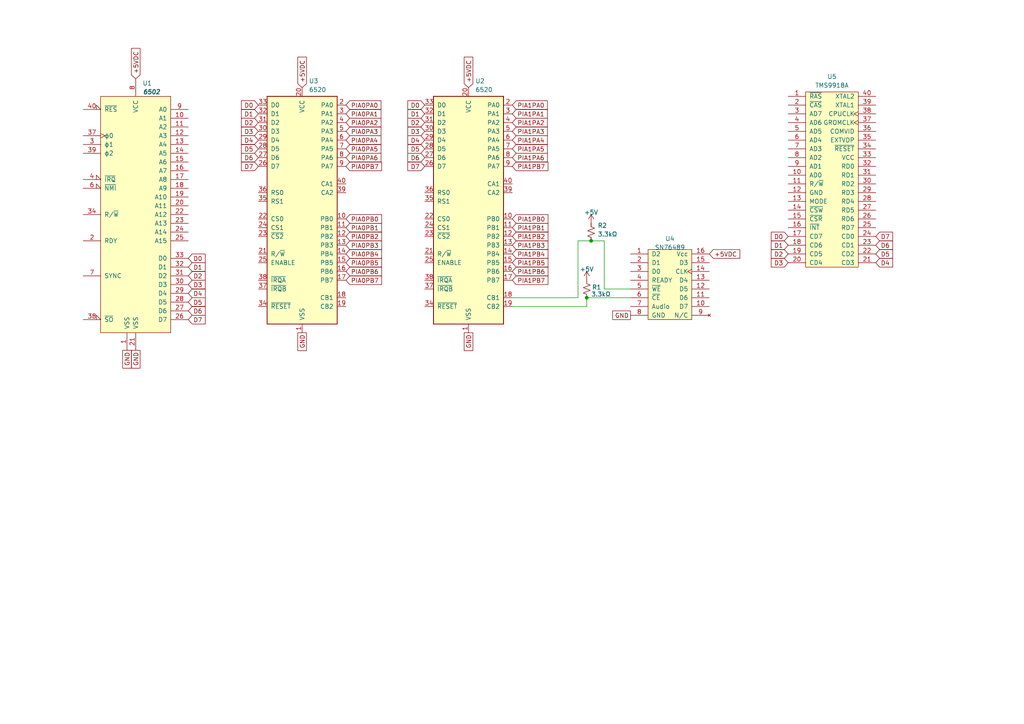
<source format=kicad_sch>
(kicad_sch (version 20231120) (generator "eeschema") (generator_version "8.0")
  (paper "A4")
  (lib_symbols
    (symbol "65xx:6502" (pin_names (offset 1.016))
      (property "Reference" "U" (at -10.16 35.56 0))
      (property "Value" "6502" (at 0 0 90))
      (symbol "6502_0_1"
        (rectangle (start -10.16 34.29) (end 10.16 -34.29) (fill (type background)))
      )
      (symbol "6502_1_1"
        (pin power_in line (at -2.54 -39.37 90) (length 5.08) (name "VSS") (number "1"))
        (pin output line (at 15.24 27.94 180) (length 5.08) (name "A1") (number "10"))
        (pin output line (at 15.24 25.4 180) (length 5.08) (name "A2") (number "11"))
        (pin output line (at 15.24 22.86 180) (length 5.08) (name "A3") (number "12"))
        (pin output line (at 15.24 20.32 180) (length 5.08) (name "A4") (number "13"))
        (pin output line (at 15.24 17.78 180) (length 5.08) (name "A5") (number "14"))
        (pin output line (at 15.24 15.24 180) (length 5.08) (name "A6") (number "15"))
        (pin output line (at 15.24 12.7 180) (length 5.08) (name "A7") (number "16"))
        (pin output line (at 15.24 10.16 180) (length 5.08) (name "A8") (number "17"))
        (pin output line (at 15.24 7.62 180) (length 5.08) (name "A9") (number "18"))
        (pin output line (at 15.24 5.08 180) (length 5.08) (name "A10") (number "19"))
        (pin input line (at -15.24 -7.62 0) (length 5.08) (name "RDY") (number "2"))
        (pin output line (at 15.24 2.54 180) (length 5.08) (name "A11") (number "20"))
        (pin power_in line (at 0 -39.37 90) (length 5.08) (name "VSS") (number "21"))
        (pin output line (at 15.24 0 180) (length 5.08) (name "A12") (number "22"))
        (pin output line (at 15.24 -2.54 180) (length 5.08) (name "A13") (number "23"))
        (pin output line (at 15.24 -5.08 180) (length 5.08) (name "A14") (number "24"))
        (pin output line (at 15.24 -7.62 180) (length 5.08) (name "A15") (number "25"))
        (pin bidirectional line (at 15.24 -30.48 180) (length 5.08) (name "D7") (number "26"))
        (pin bidirectional line (at 15.24 -27.94 180) (length 5.08) (name "D6") (number "27"))
        (pin bidirectional line (at 15.24 -25.4 180) (length 5.08) (name "D5") (number "28"))
        (pin bidirectional line (at 15.24 -22.86 180) (length 5.08) (name "D4") (number "29"))
        (pin output line (at -15.24 20.32 0) (length 5.08) (name "ϕ1") (number "3"))
        (pin bidirectional line (at 15.24 -20.32 180) (length 5.08) (name "D3") (number "30"))
        (pin bidirectional line (at 15.24 -17.78 180) (length 5.08) (name "D2") (number "31"))
        (pin bidirectional line (at 15.24 -15.24 180) (length 5.08) (name "D1") (number "32"))
        (pin bidirectional line (at 15.24 -12.7 180) (length 5.08) (name "D0") (number "33"))
        (pin output line (at -15.24 0 0) (length 5.08) (name "R/~{W}") (number "34"))
        (pin no_connect non_logic (at -10.16 -25.4 0) (length 2.54) hide (name "nc") (number "35"))
        (pin no_connect non_logic (at -10.16 -27.94 0) (length 2.54) hide (name "nc") (number "36"))
        (pin input clock (at -15.24 22.86 0) (length 5.08) (name "ϕ0") (number "37"))
        (pin input input_low (at -15.24 -30.48 0) (length 5.08) (name "~{SO}") (number "38"))
        (pin output line (at -15.24 17.78 0) (length 5.08) (name "ϕ2") (number "39"))
        (pin input input_low (at -15.24 10.16 0) (length 5.08) (name "~{IRQ}") (number "4"))
        (pin input input_low (at -15.24 30.48 0) (length 5.08) (name "~{RES}") (number "40"))
        (pin no_connect non_logic (at -10.16 -22.86 0) (length 2.5654) hide (name "nc") (number "5"))
        (pin input input_low (at -15.24 7.62 0) (length 5.08) (name "~{NMI}") (number "6"))
        (pin output line (at -15.24 -17.78 0) (length 5.08) (name "SYNC") (number "7"))
        (pin power_in line (at 0 39.37 270) (length 5.08) (name "VCC") (number "8"))
        (pin output line (at 15.24 30.48 180) (length 5.08) (name "A0") (number "9"))
      )
    )
    (symbol "Device:R_Small_US" (pin_numbers hide) (pin_names (offset 0.254) hide)
      (property "Reference" "R" (at 0.762 0.508 0))
      (property "Value" "R_Small_US" (at 0.762 -1.016 0))
      (symbol "R_Small_US_1_1"
        (polyline (pts (xy 0 0) (xy 1.016 -0.381) (xy 0 -0.762) (xy -1.016 -1.143) (xy 0 -1.524)))
        (polyline (pts (xy 0 1.524) (xy 1.016 1.143) (xy 0 0.762) (xy -1.016 0.381) (xy 0 0)))
        (pin passive line (at 0 2.54 270) (length 1.016) (name "~") (number "1"))
        (pin passive line (at 0 -2.54 90) (length 1.016) (name "~") (number "2"))
      )
    )
    (symbol "Interface:6821" (pin_names (offset 1.016))
      (property "Reference" "U" (at -7.62 34.29 0))
      (property "Value" "6821" (at 10.16 34.29 0))
      (symbol "6821_0_1"
        (rectangle (start -10.16 -33.02) (end 10.16 33.02) (stroke (width 0.254)) (fill (type background)))
      )
      (symbol "6821_1_1"
        (pin power_in line (at 0 -35.56 90) (length 2.54) (name "VSS") (number "1"))
        (pin bidirectional line (at 12.7 -2.54 180) (length 2.54) (name "PB0") (number "10"))
        (pin bidirectional line (at 12.7 -5.08 180) (length 2.54) (name "PB1") (number "11"))
        (pin bidirectional line (at 12.7 -7.62 180) (length 2.54) (name "PB2") (number "12"))
        (pin bidirectional line (at 12.7 -10.16 180) (length 2.54) (name "PB3") (number "13"))
        (pin bidirectional line (at 12.7 -12.7 180) (length 2.54) (name "PB4") (number "14"))
        (pin bidirectional line (at 12.7 -15.24 180) (length 2.54) (name "PB5") (number "15"))
        (pin bidirectional line (at 12.7 -17.78 180) (length 2.54) (name "PB6") (number "16"))
        (pin bidirectional line (at 12.7 -20.32 180) (length 2.54) (name "PB7") (number "17"))
        (pin input line (at 12.7 -25.4 180) (length 2.54) (name "CB1") (number "18"))
        (pin bidirectional line (at 12.7 -27.94 180) (length 2.54) (name "CB2") (number "19"))
        (pin bidirectional line (at 12.7 30.48 180) (length 2.54) (name "PA0") (number "2"))
        (pin power_in line (at 0 35.56 270) (length 2.54) (name "VCC") (number "20"))
        (pin input line (at -12.7 -12.7 0) (length 2.54) (name "R/~{W}") (number "21"))
        (pin input line (at -12.7 -2.54 0) (length 2.54) (name "CS0") (number "22"))
        (pin input line (at -12.7 -7.62 0) (length 2.54) (name "~{CS2}") (number "23"))
        (pin input line (at -12.7 -5.08 0) (length 2.54) (name "CS1") (number "24"))
        (pin input line (at -12.7 -15.24 0) (length 2.54) (name "ENABLE") (number "25"))
        (pin bidirectional line (at -12.7 12.7 0) (length 2.54) (name "D7") (number "26"))
        (pin bidirectional line (at -12.7 15.24 0) (length 2.54) (name "D6") (number "27"))
        (pin bidirectional line (at -12.7 17.78 0) (length 2.54) (name "D5") (number "28"))
        (pin bidirectional line (at -12.7 20.32 0) (length 2.54) (name "D4") (number "29"))
        (pin bidirectional line (at 12.7 27.94 180) (length 2.54) (name "PA1") (number "3"))
        (pin bidirectional line (at -12.7 22.86 0) (length 2.54) (name "D3") (number "30"))
        (pin bidirectional line (at -12.7 25.4 0) (length 2.54) (name "D2") (number "31"))
        (pin bidirectional line (at -12.7 27.94 0) (length 2.54) (name "D1") (number "32"))
        (pin bidirectional line (at -12.7 30.48 0) (length 2.54) (name "D0") (number "33"))
        (pin input line (at -12.7 -27.94 0) (length 2.54) (name "~{RESET}") (number "34"))
        (pin input line (at -12.7 2.54 0) (length 2.54) (name "RS1") (number "35"))
        (pin input line (at -12.7 5.08 0) (length 2.54) (name "RS0") (number "36"))
        (pin open_collector line (at -12.7 -22.86 0) (length 2.54) (name "~{IRQB}") (number "37"))
        (pin open_collector line (at -12.7 -20.32 0) (length 2.54) (name "~{IRQA}") (number "38"))
        (pin bidirectional line (at 12.7 5.08 180) (length 2.54) (name "CA2") (number "39"))
        (pin bidirectional line (at 12.7 25.4 180) (length 2.54) (name "PA2") (number "4"))
        (pin input line (at 12.7 7.62 180) (length 2.54) (name "CA1") (number "40"))
        (pin bidirectional line (at 12.7 22.86 180) (length 2.54) (name "PA3") (number "5"))
        (pin bidirectional line (at 12.7 20.32 180) (length 2.54) (name "PA4") (number "6"))
        (pin bidirectional line (at 12.7 17.78 180) (length 2.54) (name "PA5") (number "7"))
        (pin bidirectional line (at 12.7 15.24 180) (length 2.54) (name "PA6") (number "8"))
        (pin bidirectional line (at 12.7 12.7 180) (length 2.54) (name "PA7") (number "9"))
      )
    )
    (symbol "LeakoChips:SN76489AN" (pin_names (offset 1.016))
      (property "Reference" "U" (at 0 13.97 0))
      (property "Value" "SN76489AN" (at 0 11.43 0))
      (symbol "SN76489AN_0_1"
        (rectangle (start -6.35 10.16) (end 6.35 -10.16) (fill (type background)))
      )
      (symbol "SN76489AN_1_1"
        (pin input line (at -11.43 8.89 0) (length 5.08) (name "D2") (number "1"))
        (pin input line (at 11.43 -6.35 180) (length 5.08) (name "D7") (number "10"))
        (pin input line (at 11.43 -3.81 180) (length 5.08) (name "D6") (number "11"))
        (pin input line (at 11.43 -1.27 180) (length 5.08) (name "D5") (number "12"))
        (pin input line (at 11.43 1.27 180) (length 5.08) (name "D4") (number "13"))
        (pin input clock (at 11.43 3.81 180) (length 5.08) (name "CLK") (number "14"))
        (pin input line (at 11.43 6.35 180) (length 5.08) (name "D3") (number "15"))
        (pin power_in line (at 11.43 8.89 180) (length 5.08) (name "Vcc") (number "16"))
        (pin input line (at -11.43 6.35 0) (length 5.08) (name "D1") (number "2"))
        (pin input line (at -11.43 3.81 0) (length 5.08) (name "D0") (number "3"))
        (pin output line (at -11.43 1.27 0) (length 5.08) (name "READY") (number "4"))
        (pin input line (at -11.43 -1.27 0) (length 5.08) (name "~{WE}") (number "5"))
        (pin input line (at -11.43 -3.81 0) (length 5.08) (name "~{CE}") (number "6"))
        (pin output line (at -11.43 -6.35 0) (length 5.08) (name "Audio") (number "7"))
        (pin power_in line (at -11.43 -8.89 0) (length 5.08) (name "GND") (number "8"))
        (pin no_connect line (at 11.43 -8.89 180) (length 5.08) (name "N/C") (number "9"))
      )
    )
    (symbol "LeakoChips:TMS9918A" (pin_names (offset 1.016))
      (property "Reference" "U" (at 0 29.21 0))
      (property "Value" "TMS9918A" (at 0 26.67 0))
      (symbol "TMS9918A_0_1"
        (rectangle (start -7.62 25.4) (end 7.62 -25.4) (fill (type background)))
      )
      (symbol "TMS9918A_1_1"
        (pin output line (at -12.7 24.13 0) (length 5.08) (name "~{RAS}") (number "1"))
        (pin output line (at -12.7 1.27 0) (length 5.08) (name "AD0") (number "10"))
        (pin output line (at -12.7 -1.27 0) (length 5.08) (name "R/~{W}") (number "11"))
        (pin power_in line (at -12.7 -3.81 0) (length 5.08) (name "GND") (number "12"))
        (pin input line (at -12.7 -6.35 0) (length 5.08) (name "MODE") (number "13"))
        (pin input line (at -12.7 -8.89 0) (length 5.08) (name "~{CSW}") (number "14"))
        (pin input line (at -12.7 -11.43 0) (length 5.08) (name "~{CSR}") (number "15"))
        (pin output line (at -12.7 -13.97 0) (length 5.08) (name "~{INT}") (number "16"))
        (pin bidirectional line (at -12.7 -16.51 0) (length 5.08) (name "CD7") (number "17"))
        (pin bidirectional line (at -12.7 -19.05 0) (length 5.08) (name "CD6") (number "18"))
        (pin bidirectional line (at -12.7 -21.59 0) (length 5.08) (name "CD5") (number "19"))
        (pin output line (at -12.7 21.59 0) (length 5.08) (name "~{CAS}") (number "2"))
        (pin bidirectional line (at -12.7 -24.13 0) (length 5.08) (name "CD4") (number "20"))
        (pin bidirectional line (at 12.7 -24.13 180) (length 5.08) (name "CD3") (number "21"))
        (pin bidirectional line (at 12.7 -21.59 180) (length 5.08) (name "CD2") (number "22"))
        (pin bidirectional line (at 12.7 -19.05 180) (length 5.08) (name "CD1") (number "23"))
        (pin bidirectional line (at 12.7 -16.51 180) (length 5.08) (name "CD0") (number "24"))
        (pin input line (at 12.7 -13.97 180) (length 5.08) (name "RD7") (number "25"))
        (pin input line (at 12.7 -11.43 180) (length 5.08) (name "RD6") (number "26"))
        (pin input line (at 12.7 -8.89 180) (length 5.08) (name "RD5") (number "27"))
        (pin input line (at 12.7 -6.35 180) (length 5.08) (name "RD4") (number "28"))
        (pin input line (at 12.7 -3.81 180) (length 5.08) (name "RD3") (number "29"))
        (pin output line (at -12.7 19.05 0) (length 5.08) (name "AD7") (number "3"))
        (pin input line (at 12.7 -1.27 180) (length 5.08) (name "RD2") (number "30"))
        (pin input line (at 12.7 1.27 180) (length 5.08) (name "RD1") (number "31"))
        (pin input line (at 12.7 3.81 180) (length 5.08) (name "RD0") (number "32"))
        (pin power_in line (at 12.7 6.35 180) (length 5.08) (name "VCC") (number "33"))
        (pin input line (at 12.7 8.89 180) (length 5.08) (name "~{RESET}") (number "34"))
        (pin bidirectional line (at 12.7 11.43 180) (length 5.08) (name "EXTVDP") (number "35"))
        (pin output line (at 12.7 13.97 180) (length 5.08) (name "COMVID") (number "36"))
        (pin output clock (at 12.7 16.51 180) (length 5.08) (name "GROMCLK") (number "37"))
        (pin output clock (at 12.7 19.05 180) (length 5.08) (name "CPUCLK") (number "38"))
        (pin input line (at 12.7 21.59 180) (length 5.08) (name "XTAL1") (number "39"))
        (pin output line (at -12.7 16.51 0) (length 5.08) (name "AD6") (number "4"))
        (pin input line (at 12.7 24.13 180) (length 5.08) (name "XTAL2") (number "40"))
        (pin output line (at -12.7 13.97 0) (length 5.08) (name "AD5") (number "5"))
        (pin output line (at -12.7 11.43 0) (length 5.08) (name "AD4") (number "6"))
        (pin output line (at -12.7 8.89 0) (length 5.08) (name "AD3") (number "7"))
        (pin output line (at -12.7 6.35 0) (length 5.08) (name "AD2") (number "8"))
        (pin output line (at -12.7 3.81 0) (length 5.08) (name "AD1") (number "9"))
      )
    )
    (symbol "power:+5V" (power) (pin_names (offset 0))
      (property "Value" "+5V" (at 0 3.556 0))
      (symbol "+5V_0_1"
        (polyline (pts (xy -0.762 1.27) (xy 0 2.54)))
        (polyline (pts (xy 0 0) (xy 0 2.54)))
        (polyline (pts (xy 0 2.54) (xy 0.762 1.27)))
      )
      (symbol "+5V_1_1"
        (pin power_in line (at 0 0 90) (length 0) hide (name "+5V") (number "1"))
      )
    )
  )
  (junction (at 170.18 86.36))
  (junction (at 171.45 69.85))
  (wire (pts (xy 171.45 69.85) (xy 175.26 69.85)))
  (wire (pts (xy 175.26 83.82) (xy 182.88 83.82)))
  (wire (pts (xy 167.64 86.36) (xy 167.64 69.85)))
  (wire (pts (xy 148.59 86.36) (xy 167.64 86.36)))
  (wire (pts (xy 175.26 69.85) (xy 175.26 83.82)))
  (wire (pts (xy 170.18 86.36) (xy 182.88 86.36)))
  (wire (pts (xy 170.18 88.9) (xy 170.18 86.36)))
  (wire (pts (xy 148.59 88.9) (xy 170.18 88.9)))
  (wire (pts (xy 167.64 69.85) (xy 171.45 69.85)))
  (global_label "PIA0PB6" (shape input) (at 100.33 78.74 0) (property "Intersheetrefs" "${INTERSHEET_REFS}" (effects (hide yes))))
  (global_label "D1" (shape input) (at 54.61 77.47 0) (property "Intersheetrefs" "${INTERSHEET_REFS}" (effects (hide yes))))
  (global_label "+5VDC" (shape input) (at 87.63 25.4 90) (property "Intersheetrefs" "${INTERSHEET_REFS}" (effects (hide yes))))
  (global_label "PIA1PB5" (shape input) (at 148.59 76.2 0) (property "Intersheetrefs" "${INTERSHEET_REFS}" (effects (hide yes))))
  (global_label "D1" (shape input) (at 228.6 71.12 180) (property "Intersheetrefs" "${INTERSHEET_REFS}" (effects (hide yes))))
  (global_label "D7" (shape input) (at 123.19 48.26 180) (property "Intersheetrefs" "${INTERSHEET_REFS}" (effects (hide yes))))
  (global_label "D0" (shape input) (at 74.93 30.48 180) (property "Intersheetrefs" "${INTERSHEET_REFS}" (effects (hide yes))))
  (global_label "PIA0PB1" (shape input) (at 100.33 66.04 0) (property "Intersheetrefs" "${INTERSHEET_REFS}" (effects (hide yes))))
  (global_label "PIA0PB5" (shape input) (at 100.33 76.2 0) (property "Intersheetrefs" "${INTERSHEET_REFS}" (effects (hide yes))))
  (global_label "GND" (shape passive) (at 135.89 96.52 270) (property "Intersheetrefs" "${INTERSHEET_REFS}" (effects (hide yes))))
  (global_label "D5" (shape input) (at 123.19 43.18 180) (property "Intersheetrefs" "${INTERSHEET_REFS}" (effects (hide yes))))
  (global_label "D3" (shape input) (at 228.6 76.2 180) (property "Intersheetrefs" "${INTERSHEET_REFS}" (effects (hide yes))))
  (global_label "D0" (shape input) (at 228.6 68.58 180) (property "Intersheetrefs" "${INTERSHEET_REFS}" (effects (hide yes))))
  (global_label "D7" (shape input) (at 74.93 48.26 180) (property "Intersheetrefs" "${INTERSHEET_REFS}" (effects (hide yes))))
  (global_label "D1" (shape input) (at 74.93 33.02 180) (property "Intersheetrefs" "${INTERSHEET_REFS}" (effects (hide yes))))
  (global_label "D3" (shape input) (at 123.19 38.1 180) (property "Intersheetrefs" "${INTERSHEET_REFS}" (effects (hide yes))))
  (global_label "PIA1PA6" (shape input) (at 148.59 45.72 0) (property "Intersheetrefs" "${INTERSHEET_REFS}" (effects (hide yes))))
  (global_label "GND" (shape passive) (at 36.83 101.6 270) (property "Intersheetrefs" "${INTERSHEET_REFS}" (effects (hide yes))))
  (global_label "PIA1PA4" (shape input) (at 148.59 40.64 0) (property "Intersheetrefs" "${INTERSHEET_REFS}" (effects (hide yes))))
  (global_label "D3" (shape input) (at 54.61 82.55 0) (property "Intersheetrefs" "${INTERSHEET_REFS}" (effects (hide yes))))
  (global_label "PIA1PA1" (shape input) (at 148.59 33.02 0) (property "Intersheetrefs" "${INTERSHEET_REFS}" (effects (hide yes))))
  (global_label "PIA1PB0" (shape input) (at 148.59 63.5 0) (property "Intersheetrefs" "${INTERSHEET_REFS}" (effects (hide yes))))
  (global_label "D0" (shape input) (at 54.61 74.93 0) (property "Intersheetrefs" "${INTERSHEET_REFS}" (effects (hide yes))))
  (global_label "+5VDC" (shape input) (at 135.89 25.4 90) (property "Intersheetrefs" "${INTERSHEET_REFS}" (effects (hide yes))))
  (global_label "D2" (shape input) (at 228.6 73.66 180) (property "Intersheetrefs" "${INTERSHEET_REFS}" (effects (hide yes))))
  (global_label "PIA0PA4" (shape input) (at 100.33 40.64 0) (property "Intersheetrefs" "${INTERSHEET_REFS}" (effects (hide yes))))
  (global_label "D6" (shape input) (at 254 71.12 0) (property "Intersheetrefs" "${INTERSHEET_REFS}" (effects (hide yes))))
  (global_label "D3" (shape input) (at 74.93 38.1 180) (property "Intersheetrefs" "${INTERSHEET_REFS}" (effects (hide yes))))
  (global_label "+5VDC" (shape input) (at 205.74 73.66 0) (property "Intersheetrefs" "${INTERSHEET_REFS}" (effects (hide yes))))
  (global_label "PIA0PB7" (shape input) (at 100.33 48.26 0) (property "Intersheetrefs" "${INTERSHEET_REFS}" (effects (hide yes))))
  (global_label "D5" (shape input) (at 54.61 87.63 0) (property "Intersheetrefs" "${INTERSHEET_REFS}" (effects (hide yes))))
  (global_label "+5VDC" (shape input) (at 39.37 22.86 90) (property "Intersheetrefs" "${INTERSHEET_REFS}" (effects (hide yes))))
  (global_label "PIA0PB3" (shape input) (at 100.33 71.12 0) (property "Intersheetrefs" "${INTERSHEET_REFS}" (effects (hide yes))))
  (global_label "PIA1PB1" (shape input) (at 148.59 66.04 0) (property "Intersheetrefs" "${INTERSHEET_REFS}" (effects (hide yes))))
  (global_label "GND" (shape passive) (at 87.63 96.52 270) (property "Intersheetrefs" "${INTERSHEET_REFS}" (effects (hide yes))))
  (global_label "PIA1PB6" (shape input) (at 148.59 78.74 0) (property "Intersheetrefs" "${INTERSHEET_REFS}" (effects (hide yes))))
  (global_label "PIA0PB2" (shape input) (at 100.33 68.58 0) (property "Intersheetrefs" "${INTERSHEET_REFS}" (effects (hide yes))))
  (global_label "D2" (shape input) (at 74.93 35.56 180) (property "Intersheetrefs" "${INTERSHEET_REFS}" (effects (hide yes))))
  (global_label "D4" (shape input) (at 54.61 85.09 0) (property "Intersheetrefs" "${INTERSHEET_REFS}" (effects (hide yes))))
  (global_label "D6" (shape input) (at 123.19 45.72 180) (property "Intersheetrefs" "${INTERSHEET_REFS}" (effects (hide yes))))
  (global_label "D4" (shape input) (at 74.93 40.64 180) (property "Intersheetrefs" "${INTERSHEET_REFS}" (effects (hide yes))))
  (global_label "PIA0PA2" (shape input) (at 100.33 35.56 0) (property "Intersheetrefs" "${INTERSHEET_REFS}" (effects (hide yes))))
  (global_label "D5" (shape input) (at 254 73.66 0) (property "Intersheetrefs" "${INTERSHEET_REFS}" (effects (hide yes))))
  (global_label "PIA0PA5" (shape input) (at 100.33 43.18 0) (property "Intersheetrefs" "${INTERSHEET_REFS}" (effects (hide yes))))
  (global_label "D6" (shape input) (at 74.93 45.72 180) (property "Intersheetrefs" "${INTERSHEET_REFS}" (effects (hide yes))))
  (global_label "D7" (shape input) (at 54.61 92.71 0) (property "Intersheetrefs" "${INTERSHEET_REFS}" (effects (hide yes))))
  (global_label "PIA1PA5" (shape input) (at 148.59 43.18 0) (property "Intersheetrefs" "${INTERSHEET_REFS}" (effects (hide yes))))
  (global_label "PIA0PB7" (shape input) (at 100.33 81.28 0) (property "Intersheetrefs" "${INTERSHEET_REFS}" (effects (hide yes))))
  (global_label "D6" (shape input) (at 54.61 90.17 0) (property "Intersheetrefs" "${INTERSHEET_REFS}" (effects (hide yes))))
  (global_label "GND" (shape passive) (at 182.88 91.44 180) (property "Intersheetrefs" "${INTERSHEET_REFS}" (effects (hide yes))))
  (global_label "PIA0PA1" (shape input) (at 100.33 33.02 0) (property "Intersheetrefs" "${INTERSHEET_REFS}" (effects (hide yes))))
  (global_label "PIA1PB7" (shape input) (at 148.59 48.26 0) (property "Intersheetrefs" "${INTERSHEET_REFS}" (effects (hide yes))))
  (global_label "D7" (shape input) (at 254 68.58 0) (property "Intersheetrefs" "${INTERSHEET_REFS}" (effects (hide yes))))
  (global_label "PIA0PB4" (shape input) (at 100.33 73.66 0) (property "Intersheetrefs" "${INTERSHEET_REFS}" (effects (hide yes))))
  (global_label "PIA1PB2" (shape input) (at 148.59 68.58 0) (property "Intersheetrefs" "${INTERSHEET_REFS}" (effects (hide yes))))
  (global_label "PIA1PA3" (shape input) (at 148.59 38.1 0) (property "Intersheetrefs" "${INTERSHEET_REFS}" (effects (hide yes))))
  (global_label "PIA0PA3" (shape input) (at 100.33 38.1 0) (property "Intersheetrefs" "${INTERSHEET_REFS}" (effects (hide yes))))
  (global_label "D2" (shape input) (at 54.61 80.01 0) (property "Intersheetrefs" "${INTERSHEET_REFS}" (effects (hide yes))))
  (global_label "D1" (shape input) (at 123.19 33.02 180) (property "Intersheetrefs" "${INTERSHEET_REFS}" (effects (hide yes))))
  (global_label "PIA1PB7" (shape input) (at 148.59 81.28 0) (property "Intersheetrefs" "${INTERSHEET_REFS}" (effects (hide yes))))
  (global_label "D4" (shape input) (at 123.19 40.64 180) (property "Intersheetrefs" "${INTERSHEET_REFS}" (effects (hide yes))))
  (global_label "PIA1PA2" (shape input) (at 148.59 35.56 0) (property "Intersheetrefs" "${INTERSHEET_REFS}" (effects (hide yes))))
  (global_label "D5" (shape input) (at 74.93 43.18 180) (property "Intersheetrefs" "${INTERSHEET_REFS}" (effects (hide yes))))
  (global_label "D4" (shape input) (at 254 76.2 0) (property "Intersheetrefs" "${INTERSHEET_REFS}" (effects (hide yes))))
  (global_label "PIA0PB0" (shape input) (at 100.33 63.5 0) (property "Intersheetrefs" "${INTERSHEET_REFS}" (effects (hide yes))))
  (global_label "PIA0PA6" (shape input) (at 100.33 45.72 0) (property "Intersheetrefs" "${INTERSHEET_REFS}" (effects (hide yes))))
  (global_label "GND" (shape passive) (at 39.37 101.6 270) (property "Intersheetrefs" "${INTERSHEET_REFS}" (effects (hide yes))))
  (global_label "D0" (shape input) (at 123.19 30.48 180) (property "Intersheetrefs" "${INTERSHEET_REFS}" (effects (hide yes))))
  (global_label "PIA0PA0" (shape input) (at 100.33 30.48 0) (property "Intersheetrefs" "${INTERSHEET_REFS}" (effects (hide yes))))
  (global_label "PIA1PB4" (shape input) (at 148.59 73.66 0) (property "Intersheetrefs" "${INTERSHEET_REFS}" (effects (hide yes))))
  (global_label "PIA1PB3" (shape input) (at 148.59 71.12 0) (property "Intersheetrefs" "${INTERSHEET_REFS}" (effects (hide yes))))
  (global_label "D2" (shape input) (at 123.19 35.56 180) (property "Intersheetrefs" "${INTERSHEET_REFS}" (effects (hide yes))))
  (global_label "PIA1PA0" (shape input) (at 148.59 30.48 0) (property "Intersheetrefs" "${INTERSHEET_REFS}" (effects (hide yes))))
  (symbol (lib_id "LeakoChips:SN76489AN") (at 194.31 82.55 0) (unit 1)
    (property "Reference" "U4" (at 194.31 69.215 0))
    (property "Value" "SN76489" (at 194.31 71.755 0))
    (property "Footprint" "Package_DIP:DIP-16_W7.62mm_Socket_LongPads" (effects (hide yes)))
    (property "Datasheet" "https://map.grauw.nl/resources/sound/texas_instruments_sn76489an.pdf" (effects (hide yes)))
  )
  (symbol (lib_id "power:+5V") (at 171.45 64.77 0) (unit 1)
    (property "Reference" "#PWR02" (effects (hide yes)))
    (property "Value" "+5V" (at 171.45 61.595 0))
  )
  (symbol (lib_id "Interface:6821") (at 87.63 60.96 0) (unit 1)
    (property "Reference" "U3" (at 89.5859 23.495 0) (effects (justify left)))
    (property "Value" "6520" (at 89.5859 26.035 0) (effects (justify left)))
    (property "Footprint" "Package_DIP:DIP-40_W15.24mm" (effects (hide yes)))
    (property "Datasheet" "https://web.archive.org/web/20160611082505if_/http://archive.6502.org/datasheets/mos_6520.pdf" (effects (hide yes)))
  )
  (symbol (lib_id "65xx:6502") (at 39.37 62.23 0) (unit 1)
    (property "Reference" "U1" (at 41.3259 24.13 0) (effects (justify left)))
    (property "Value" "6502" (at 41.3259 26.67 0) (effects (font (bold yes) (italic yes)) (justify left)))
    (property "Footprint" "Package_DIP:DIP-40_W15.24mm" (effects (hide yes)))
    (property "Datasheet" "http://www.6502.org/documents/datasheets/mos/mos_6500_mpu_mar_1980.pdf" (effects (hide yes)))
  )
  (symbol (lib_id "Device:R_Small_US") (at 171.45 67.31 0) (unit 1)
    (property "Reference" "R2" (at 173.355 65.405 0) (effects (justify left)))
    (property "Value" "3.3kΩ" (at 173.355 67.945 0) (effects (justify left)))
    (property "Footprint" "Resistor_THT:R_Axial_DIN0207_L6.3mm_D2.5mm_P10.16mm_Horizontal" (effects (hide yes)))
  )
  (symbol (lib_id "LeakoChips:TMS9918A") (at 241.3 52.07 0) (unit 1)
    (property "Reference" "U5" (at 241.3 22.225 0))
    (property "Value" "TMS9918A" (at 241.3 24.765 0))
    (property "Footprint" "Package_DIP:DIP-40_W15.24mm_Socket_LongPads" (effects (hide yes)))
    (property "Datasheet" "https://ia803006.us.archive.org/33/items/Texas_Instruments_TMS9918A/Texas_Instruments_TMS9918A_text.pdf" (effects (hide yes)))
  )
  (symbol (lib_id "power:+5V") (at 170.18 81.28 0) (unit 1)
    (property "Reference" "#PWR01" (effects (hide yes)))
    (property "Value" "+5V" (at 170.18 78.105 0))
  )
  (symbol (lib_id "Interface:6821") (at 135.89 60.96 0) (unit 1)
    (property "Reference" "U2" (at 137.8459 23.495 0) (effects (justify left)))
    (property "Value" "6520" (at 137.8459 26.035 0) (effects (justify left)))
    (property "Footprint" "Package_DIP:DIP-40_W15.24mm" (effects (hide yes)))
    (property "Datasheet" "https://web.archive.org/web/20160611082505if_/http://archive.6502.org/datasheets/mos_6520.pdf" (effects (hide yes)))
  )
  (symbol (lib_id "Device:R_Small_US") (at 170.18 83.82 0) (unit 1)
    (property "Reference" "R1" (at 171.704 83.312 0) (effects (justify left)))
    (property "Value" "3.3kΩ" (at 171.45 85.344 0) (effects (justify left)))
    (property "Footprint" "Resistor_THT:R_Axial_DIN0207_L6.3mm_D2.5mm_P10.16mm_Horizontal" (effects (hide yes)))
  )
)
</source>
